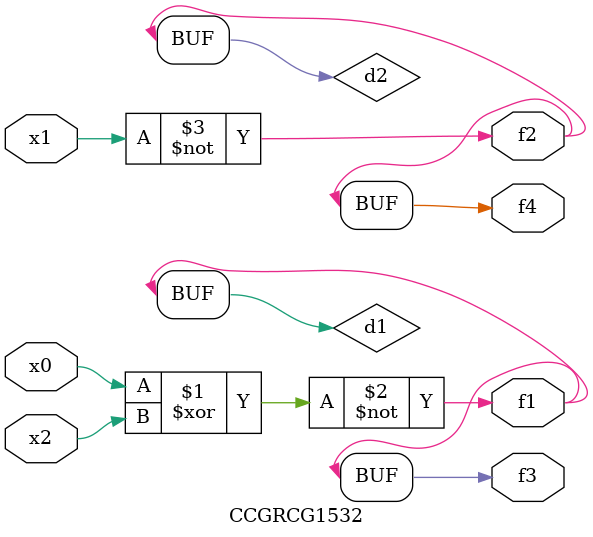
<source format=v>
module CCGRCG1532(
	input x0, x1, x2,
	output f1, f2, f3, f4
);

	wire d1, d2, d3;

	xnor (d1, x0, x2);
	nand (d2, x1);
	nor (d3, x1, x2);
	assign f1 = d1;
	assign f2 = d2;
	assign f3 = d1;
	assign f4 = d2;
endmodule

</source>
